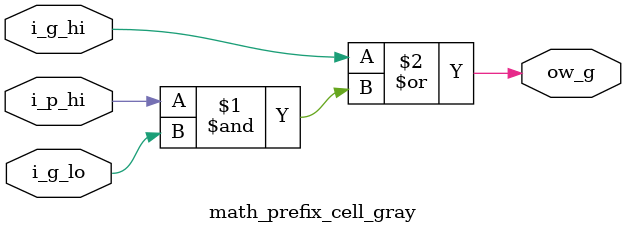
<source format=sv>

`timescale 1ns / 1ps

module math_prefix_cell_gray (
    input  logic i_g_hi, i_p_hi,
    input  logic i_g_lo,           // No P needed from lower position
    output logic ow_g              // Only G output (this IS the carry)
);
    assign ow_g = i_g_hi | (i_p_hi & i_g_lo);

endmodule : math_prefix_cell_gray

</source>
